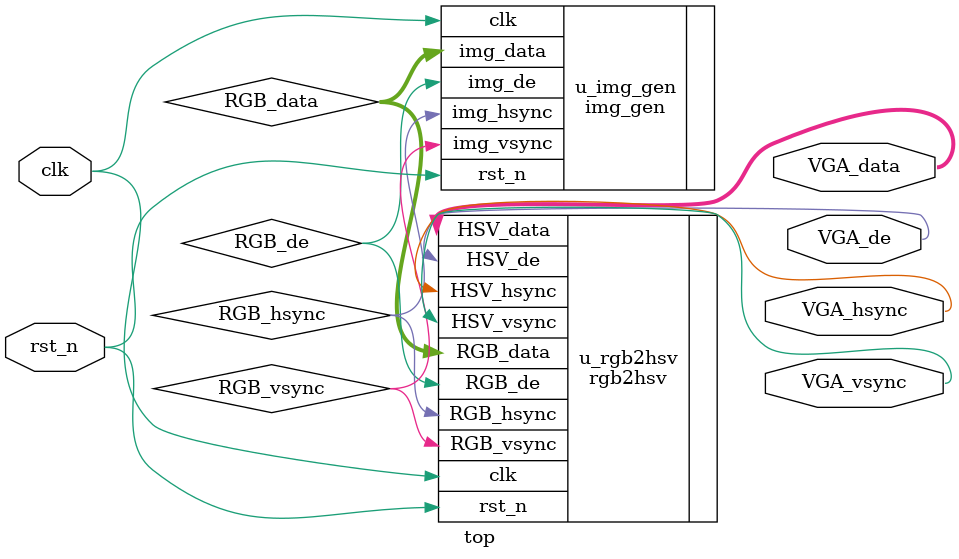
<source format=v>
`timescale 1 ns/1 ns

module top
#(
    parameter               H_DISP = 640        ,   //  图像宽度
    parameter               V_DISP = 480            //  图像高度
)  
(  
    input   wire            clk                 ,   //  时钟
    input   wire            rst_n               ,   //  复位
  
    output  wire            VGA_hsync           ,   //  行同步
    output  wire            VGA_vsync           ,   //  场同步
    //output  wire    [7:0]   H_data              ,   //  数据
    //output  wire    [7:0]   S_data              ,   //  数据
    //output  wire    [7:0]   I_data              ,   //  数据
    output  wire    [23:0]  VGA_data            ,   //  RGB数据
    output  wire            VGA_de                  //  数据使能
);  
  
    wire                    RGB_hsync           ;   //  RGB行同步
    wire                    RGB_vsync           ;   //  RGB场同步
    wire    [23:0]          RGB_data            ;   //  RGB数据
    wire                    RGB_de              ;   //  RGB数据使能

img_gen
#(
    .H_DISP                 (H_DISP             ),  //  图像宽度
    .V_DISP                 (V_DISP             )   //  图像高度
)  
u_img_gen  
(  
    .clk                    (clk                ),  //  时钟
    .rst_n                  (rst_n              ),  //  复位
  
    .img_hsync              (RGB_hsync          ),  //  RGB行同步
    .img_vsync              (RGB_vsync          ),  //  RGB场同步
    .img_data               (RGB_data           ),  //  RGB数据，RGB888
    .img_de                 (RGB_de             )   //  RGB数据使能
);

//rgb2hsi
//#(
//    .H_DISP                 (H_DISP             ),   //  图像宽度
//    .V_DISP                 (V_DISP             )    //  图像高度
//)    
//u_rgb2hsi   
//(       
//    .clk                    (clk                ),   //  时钟
//    .rst_n                  (rst_n              ),   //  复位
//    .RGB_hsync              (RGB_hsync          ),   //  RGB行同步
//    .RGB_vsync              (RGB_vsync          ),   //  RGB场同步
//    .RGB_data               (RGB_data           ),   //  RGB数据
//    .RGB_de                 (RGB_de             ),   //  RGB数据使能
//
//    .HSI_hsync              (VGA_hsync          ),   //  HSI行同步
//    .HSI_vsync              (VGA_vsync          ),   //  HSI场同步
//    .H_data                 (H_data             ),   //  H数据
//    .S_data                 (S_data             ),   //  S数据
//    .I_data                 (I_data             ),   //  I数据
//    .HSI_de                 (VGA_de             )    //  HSI数据使能
//);

rgb2hsv u_rgb2hsv
(
	.clk                    (clk            ),
	.rst_n			        (rst_n		    ),	
    .RGB_hsync		        (RGB_hsync	    ),   //RGB行同步
    .RGB_vsync		        (RGB_vsync	    ),   //RGB场同步
    .RGB_data		        (RGB_data	    ),   //RGB数据
    .RGB_de			        (RGB_de		    ),   //RGB数据使能

    .HSV_hsync		        (VGA_hsync  ),   //HSV行同步
    .HSV_vsync		        (VGA_vsync  ),   //HSV场同步
    .HSV_data		        (VGA_data   ),   //HSV数据
    .HSV_de                 (VGA_de     )     //HSV数据使能	
);

//rgb2ycbcr u_rgb2ycbcr
//(
//    .clk                 (clk           ),
//    .rst_n               (rst_n         ),
//    .RGB_hsync           (RGB_hsync     ),   //RGB行同步
//    .RGB_vsync           (RGB_vsync     ),   //RGB场同步
//    .RGB_data            (RGB_data      ),   //RGB数据
//    .RGB_de              (RGB_de        ),   //RGB数据使能
//
//    .YCbCr_hsync         (VGA_hsync     ),   //YCbCr行同步
//    .YCbCr_vsync         (VGA_vsync     ),   //YCbCr场同步
//    .YCbCr_data          (VGA_data      ),   //YCbCr数据
//    .YCbCr_de            (VGA_de        )    //YCbCr数据使能
//);

endmodule
</source>
